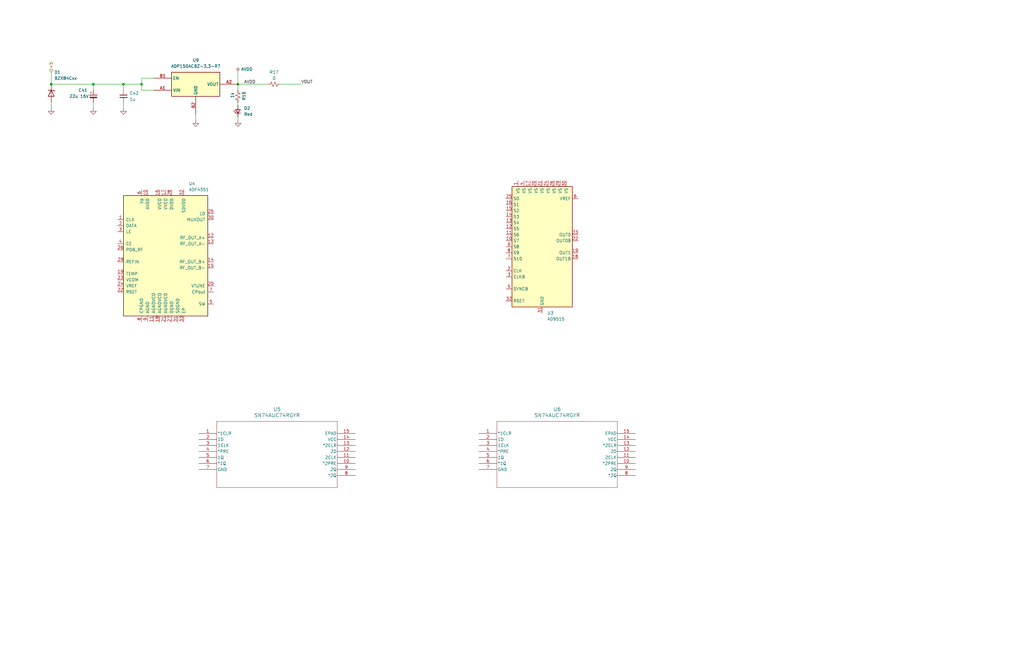
<source format=kicad_sch>
(kicad_sch (version 20250114) (generator "eeschema") (generator_version "9.0")
  (paper "B")
  (title_block (title "Clock Tree") (date "2025-12-31") (rev "0.0") (company "Andy McCann KA3KAF and Doug McCann KA3KAG"))
  (text "Lock Detect" (at 191.77 -67.31 0) (effects (font (size 1.27 1.27))))
  (junction (at 252.73 -143.51))
  (junction (at 166.37 -80.01))
  (junction (at 52.07 -39.37))
  (junction (at 158.75 -90.17))
  (junction (at 171.45 -19.05))
  (junction (at 39.37 35.56))
  (junction (at 21.59 -34.29))
  (junction (at 260.35 -125.73))
  (junction (at 85.09 -44.45))
  (junction (at 74.93 -77.47))
  (junction (at 204.47 -29.21))
  (junction (at 82.55 -67.31))
  (junction (at 229.87 -29.21))
  (junction (at 57.15 -34.29))
  (junction (at 138.43 -80.01))
  (junction (at 34.29 -87.63))
  (junction (at 260.35 -71.12))
  (junction (at 189.23 -90.17))
  (junction (at 158.75 -80.01))
  (junction (at 44.45 -44.45))
  (junction (at 92.71 -73.66))
  (junction (at 189.23 -80.01))
  (junction (at 260.35 -63.5))
  (junction (at 44.45 -67.31))
  (junction (at 260.35 -128.27))
  (junction (at 260.35 -66.04))
  (junction (at 252.73 -110.49))
  (junction (at 59.69 35.56))
  (junction (at 26.67 -87.63))
  (junction (at 229.87 -16.51))
  (junction (at 16.51 -52.07))
  (junction (at 100.33 35.56))
  (junction (at 171.45 -69.85))
  (junction (at 118.11 -90.17))
  (junction (at 52.07 35.56))
  (junction (at 273.05 -63.5))
  (junction (at 194.31 -8.89))
  (junction (at 21.59 35.56))
  (junction (at 16.51 -29.21))
  (junction (at 252.73 -48.26))
  (junction (at 252.73 -81.28))
  (junction (at 217.17 -16.51))
  (junction (at 118.11 -80.01))
  (junction (at 171.45 -8.89))
  (junction (at 92.71 -77.47))
  (junction (at 46.99 -67.31))
  (junction (at 78.74 -77.47))
  (junction (at 77.47 -39.37))
  (junction (at 62.23 -29.21))
  (junction (at 138.43 -90.17))
  (junction (at 194.31 -19.05))
  (junction (at 273.05 -125.73))
  (junction (at 217.17 -29.21))
  (junction (at 260.35 -133.35))
  (junction (at 189.23 -69.85))
  (junction (at 62.23 -67.31))
  (junction (at 69.85 -34.29))
  (no_connect (at 163.83 -24.13))
  (wire (pts (xy 21.59 43.18) (xy 21.59 45.72)))
  (wire (pts (xy 130.81 -74.93) (xy 130.81 -69.85)))
  (wire (pts (xy 92.71 -54.61) (xy 92.71 -73.66)))
  (wire (pts (xy 214.63 -39.37) (xy 214.63 -81.28)))
  (wire (pts (xy 26.67 -95.25) (xy 26.67 -92.71)))
  (wire (pts (xy 267.97 -55.88) (xy 273.05 -55.88)))
  (wire (pts (xy 44.45 -74.93) (xy 44.45 -67.31)))
  (wire (pts (xy 186.69 -80.01) (xy 189.23 -80.01)))
  (wire (pts (xy 227.33 -29.21) (xy 229.87 -29.21)))
  (wire (pts (xy 163.83 -19.05) (xy 171.45 -19.05)))
  (wire (pts (xy 87.63 -49.53) (xy 113.03 -49.53)))
  (wire (pts (xy 217.17 -16.51) (xy 229.87 -16.51)))
  (wire (pts (xy 82.55 -67.31) (xy 77.47 -67.31)))
  (wire (pts (xy 107.95 -80.01) (xy 110.49 -80.01)))
  (wire (pts (xy 107.95 -90.17) (xy 110.49 -90.17)))
  (wire (pts (xy 303.53 -81.28) (xy 303.53 -74.93)))
  (wire (pts (xy 34.29 -87.63) (xy 34.29 -85.09)))
  (wire (pts (xy 213.36 -44.45) (xy 213.36 -110.49)))
  (wire (pts (xy 262.89 -118.11) (xy 260.35 -118.11)))
  (wire (pts (xy 213.36 -110.49) (xy 240.03 -110.49)))
  (wire (pts (xy 44.45 -67.31) (xy 46.99 -67.31)))
  (wire (pts (xy 52.07 -39.37) (xy 52.07 -21.59)))
  (wire (pts (xy 163.83 -49.53) (xy 212.09 -49.53)))
  (wire (pts (xy 100.33 43.18) (xy 100.33 44.45)))
  (wire (pts (xy 92.71 -95.25) (xy 92.71 -88.9)))
  (wire (pts (xy 184.15 -11.43) (xy 194.31 -11.43)))
  (wire (pts (xy 146.05 -69.85) (xy 146.05 -74.93)))
  (wire (pts (xy 92.71 -83.82) (xy 92.71 -77.47)))
  (wire (pts (xy 252.73 -128.27) (xy 260.35 -128.27)))
  (wire (pts (xy 194.31 -11.43) (xy 194.31 -8.89)))
  (wire (pts (xy 222.25 -29.21) (xy 217.17 -29.21)))
  (wire (pts (xy 252.73 -130.81) (xy 252.73 -128.27)))
  (wire (pts (xy 278.13 -63.5) (xy 273.05 -63.5)))
  (wire (pts (xy 252.73 -55.88) (xy 252.73 -48.26)))
  (wire (pts (xy 138.43 -80.01) (xy 138.43 -90.17)))
  (wire (pts (xy 229.87 -29.21) (xy 229.87 -24.13)))
  (wire (pts (xy 59.69 35.56) (xy 59.69 33.02)))
  (wire (pts (xy 252.73 -123.19) (xy 252.73 -125.73)))
  (wire (pts (xy 77.47 -46.99) (xy 77.47 -39.37)))
  (wire (pts (xy 229.87 -19.05) (xy 229.87 -16.51)))
  (wire (pts (xy 273.05 -125.73) (xy 273.05 -133.35)))
  (wire (pts (xy 189.23 -69.85) (xy 191.77 -69.85)))
  (wire (pts (xy 252.73 -60.96) (xy 252.73 -63.5)))
  (wire (pts (xy 273.05 -71.12) (xy 267.97 -71.12)))
  (wire (pts (xy 46.99 -67.31) (xy 52.07 -67.31)))
  (wire (pts (xy 215.9 -34.29) (xy 215.9 -48.26)))
  (wire (pts (xy 16.51 -52.07) (xy 16.51 -46.99)))
  (wire (pts (xy 74.93 -77.47) (xy 73.66 -77.47)))
  (wire (pts (xy 158.75 -90.17) (xy 158.75 -95.25)))
  (wire (pts (xy 212.09 -143.51) (xy 240.03 -143.51)))
  (wire (pts (xy 278.13 -60.96) (xy 278.13 -63.5)))
  (wire (pts (xy 46.99 -67.31) (xy 46.99 -64.77)))
  (wire (pts (xy 87.63 -67.31) (xy 87.63 -49.53)))
  (wire (pts (xy 252.73 -48.26) (xy 280.67 -48.26)))
  (wire (pts (xy 6.35 -34.29) (xy 21.59 -34.29)))
  (wire (pts (xy 163.83 -26.67) (xy 199.39 -26.67)))
  (wire (pts (xy 252.73 -66.04) (xy 260.35 -66.04)))
  (wire (pts (xy 199.39 -90.17) (xy 201.93 -90.17)))
  (wire (pts (xy 39.37 43.18) (xy 39.37 45.72)))
  (wire (pts (xy 267.97 -118.11) (xy 273.05 -118.11)))
  (wire (pts (xy 52.07 -74.93) (xy 52.07 -87.63)))
  (wire (pts (xy 62.23 -46.99) (xy 62.23 -29.21)))
  (wire (pts (xy 69.85 -34.29) (xy 113.03 -34.29)))
  (wire (pts (xy 252.73 -118.11) (xy 252.73 -110.49)))
  (wire (pts (xy 41.91 -64.77) (xy 41.91 -62.23)))
  (wire (pts (xy 260.35 -63.5) (xy 262.89 -63.5)))
  (wire (pts (xy 217.17 -29.21) (xy 217.17 -26.67)))
  (wire (pts (xy 16.51 -29.21) (xy 62.23 -29.21)))
  (wire (pts (xy 179.07 -21.59) (xy 171.45 -21.59)))
  (wire (pts (xy 100.33 35.56) (xy 113.03 35.56)))
  (wire (pts (xy 128.27 -90.17) (xy 130.81 -90.17)))
  (wire (pts (xy 46.99 -87.63) (xy 34.29 -87.63)))
  (wire (pts (xy 110.49 -24.13) (xy 113.03 -24.13)))
  (wire (pts (xy 252.73 -68.58) (xy 252.73 -66.04)))
  (wire (pts (xy 92.71 -73.66) (xy 92.71 -77.47)))
  (wire (pts (xy 59.69 38.1) (xy 59.69 35.56)))
  (wire (pts (xy 285.75 -110.49) (xy 290.83 -110.49)))
  (wire (pts (xy 102.87 -68.58) (xy 102.87 -73.66)))
  (wire (pts (xy 21.59 30.48) (xy 21.59 35.56)))
  (wire (pts (xy 64.77 38.1) (xy 59.69 38.1)))
  (wire (pts (xy 130.81 -74.93) (xy 118.11 -74.93)))
  (wire (pts (xy 16.51 -54.61) (xy 16.51 -52.07)))
  (wire (pts (xy 252.73 -81.28) (xy 280.67 -81.28)))
  (wire (pts (xy 138.43 -90.17) (xy 138.43 -95.25)))
  (wire (pts (xy 163.83 -54.61) (xy 166.37 -54.61)))
  (wire (pts (xy 78.74 -77.47) (xy 74.93 -77.47)))
  (wire (pts (xy 194.31 -21.59) (xy 194.31 -19.05)))
  (wire (pts (xy 156.21 -80.01) (xy 158.75 -80.01)))
  (wire (pts (xy 156.21 -90.17) (xy 158.75 -90.17)))
  (wire (pts (xy 168.91 -13.97) (xy 168.91 -8.89)))
  (wire (pts (xy 148.59 -90.17) (xy 151.13 -90.17)))
  (wire (pts (xy 85.09 -46.99) (xy 85.09 -44.45)))
  (wire (pts (xy 204.47 -29.21) (xy 204.47 -24.13)))
  (wire (pts (xy 41.91 -67.31) (xy 44.45 -67.31)))
  (wire (pts (xy 189.23 -90.17) (xy 194.31 -90.17)))
  (wire (pts (xy 189.23 -80.01) (xy 189.23 -69.85)))
  (wire (pts (xy 102.87 -73.66) (xy 92.71 -73.66)))
  (wire (pts (xy 278.13 -123.19) (xy 278.13 -125.73)))
  (wire (pts (xy 118.11 35.56) (xy 127 35.56)))
  (wire (pts (xy 115.57 -80.01) (xy 118.11 -80.01)))
  (wire (pts (xy 176.53 -90.17) (xy 181.61 -90.17)))
  (wire (pts (xy 260.35 -125.73) (xy 262.89 -125.73)))
  (wire (pts (xy 196.85 -6.35) (xy 196.85 -8.89)))
  (wire (pts (xy 166.37 -80.01) (xy 181.61 -80.01)))
  (wire (pts (xy 199.39 -69.85) (xy 199.39 -67.31)))
  (wire (pts (xy 44.45 -74.93) (xy 46.99 -74.93)))
  (wire (pts (xy 252.73 -125.73) (xy 260.35 -125.73)))
  (wire (pts (xy 59.69 33.02) (xy 64.77 33.02)))
  (wire (pts (xy 260.35 -118.11) (xy 260.35 -125.73)))
  (wire (pts (xy 201.93 -90.17) (xy 201.93 -87.63)))
  (wire (pts (xy 303.53 -48.26) (xy 303.53 -45.72)))
  (wire (pts (xy 245.11 -143.51) (xy 252.73 -143.51)))
  (wire (pts (xy 214.63 -81.28) (xy 240.03 -81.28)))
  (wire (pts (xy 21.59 35.56) (xy 39.37 35.56)))
  (wire (pts (xy 295.91 -143.51) (xy 300.99 -143.51)))
  (wire (pts (xy 189.23 -90.17) (xy 189.23 -80.01)))
  (wire (pts (xy 245.11 -110.49) (xy 252.73 -110.49)))
  (wire (pts (xy 21.59 -52.07) (xy 16.51 -52.07)))
  (wire (pts (xy 54.61 -90.17) (xy 54.61 -87.63)))
  (wire (pts (xy 21.59 -34.29) (xy 57.15 -34.29)))
  (wire (pts (xy 252.73 -135.89) (xy 252.73 -143.51)))
  (wire (pts (xy 100.33 -19.05) (xy 113.03 -19.05)))
  (wire (pts (xy 196.85 -69.85) (xy 199.39 -69.85)))
  (wire (pts (xy 260.35 -76.2) (xy 260.35 -71.12)))
  (wire (pts (xy 163.83 -59.69) (xy 171.45 -59.69)))
  (wire (pts (xy 217.17 -16.51) (xy 204.47 -16.51)))
  (wire (pts (xy 57.15 -34.29) (xy 69.85 -34.29)))
  (wire (pts (xy 303.53 -102.87) (xy 303.53 -100.33)))
  (wire (pts (xy 62.23 -59.69) (xy 62.23 -62.23)))
  (wire (pts (xy 303.53 -40.64) (xy 303.53 -38.1)))
  (wire (pts (xy 215.9 -48.26) (xy 240.03 -48.26)))
  (wire (pts (xy 166.37 -87.63) (xy 166.37 -80.01)))
  (wire (pts (xy 176.53 -100.33) (xy 176.53 -90.17)))
  (wire (pts (xy 21.59 -46.99) (xy 21.59 -52.07)))
  (wire (pts (xy 237.49 -29.21) (xy 229.87 -29.21)))
  (wire (pts (xy 163.83 -34.29) (xy 215.9 -34.29)))
  (wire (pts (xy 69.85 -46.99) (xy 69.85 -34.29)))
  (wire (pts (xy 267.97 -63.5) (xy 273.05 -63.5)))
  (wire (pts (xy 260.35 -63.5) (xy 260.35 -66.04)))
  (wire (pts (xy 82.55 48.26) (xy 82.55 50.8)))
  (wire (pts (xy 252.73 -110.49) (xy 280.67 -110.49)))
  (wire (pts (xy 252.73 -63.5) (xy 260.35 -63.5)))
  (wire (pts (xy 196.85 -8.89) (xy 194.31 -8.89)))
  (wire (pts (xy 285.75 -81.28) (xy 290.83 -81.28)))
  (wire (pts (xy 100.33 29.21) (xy 100.33 35.56)))
  (wire (pts (xy 74.93 -90.17) (xy 74.93 -77.47)))
  (wire (pts (xy 148.59 -80.01) (xy 151.13 -80.01)))
  (wire (pts (xy 163.83 -39.37) (xy 214.63 -39.37)))
  (wire (pts (xy 171.45 -11.43) (xy 171.45 -8.89)))
  (wire (pts (xy 295.91 -48.26) (xy 303.53 -48.26)))
  (wire (pts (xy 100.33 49.53) (xy 100.33 50.8)))
  (wire (pts (xy 194.31 -8.89) (xy 194.31 -6.35)))
  (wire (pts (xy 199.39 -29.21) (xy 204.47 -29.21)))
  (wire (pts (xy 57.15 -16.51) (xy 57.15 -13.97)))
  (wire (pts (xy 295.91 -81.28) (xy 303.53 -81.28)))
  (wire (pts (xy 77.47 -39.37) (xy 52.07 -39.37)))
  (wire (pts (xy 260.35 -128.27) (xy 260.35 -133.35)))
  (wire (pts (xy 273.05 -63.5) (xy 273.05 -71.12)))
  (wire (pts (xy 6.35 -29.21) (xy 16.51 -29.21)))
  (wire (pts (xy 118.11 -90.17) (xy 118.11 -95.25)))
  (wire (pts (xy 273.05 -133.35) (xy 267.97 -133.35)))
  (wire (pts (xy 212.09 -49.53) (xy 212.09 -143.51)))
  (wire (pts (xy 295.91 -110.49) (xy 303.53 -110.49)))
  (wire (pts (xy 179.07 -11.43) (xy 171.45 -11.43)))
  (wire (pts (xy 158.75 -80.01) (xy 158.75 -90.17)))
  (wire (pts (xy 138.43 -80.01) (xy 138.43 -69.85)))
  (wire (pts (xy 303.53 -110.49) (xy 303.53 -107.95)))
  (wire (pts (xy 179.07 -16.51) (xy 171.45 -16.51)))
  (wire (pts (xy 166.37 -80.01) (xy 166.37 -54.61)))
  (wire (pts (xy 262.89 -55.88) (xy 260.35 -55.88)))
  (wire (pts (xy 52.07 43.18) (xy 52.07 45.72)))
  (wire (pts (xy 115.57 -90.17) (xy 118.11 -90.17)))
  (wire (pts (xy 92.71 -54.61) (xy 113.03 -54.61)))
  (wire (pts (xy 78.74 -77.47) (xy 92.71 -77.47)))
  (wire (pts (xy 85.09 -44.45) (xy 113.03 -44.45)))
  (wire (pts (xy 36.83 -44.45) (xy 44.45 -44.45)))
  (wire (pts (xy 196.85 -19.05) (xy 194.31 -19.05)))
  (wire (pts (xy 171.45 -59.69) (xy 171.45 -69.85)))
  (wire (pts (xy 163.83 -13.97) (xy 168.91 -13.97)))
  (wire (pts (xy 49.53 -90.17) (xy 54.61 -90.17)))
  (wire (pts (xy 260.35 -55.88) (xy 260.35 -63.5)))
  (wire (pts (xy 135.89 -80.01) (xy 138.43 -80.01)))
  (wire (pts (xy 267.97 -125.73) (xy 273.05 -125.73)))
  (wire (pts (xy 26.67 -87.63) (xy 26.67 -85.09)))
  (wire (pts (xy 135.89 -90.17) (xy 138.43 -90.17)))
  (wire (pts (xy 128.27 -80.01) (xy 130.81 -80.01)))
  (wire (pts (xy 285.75 -143.51) (xy 290.83 -143.51)))
  (wire (pts (xy 171.45 -19.05) (xy 171.45 -21.59)))
  (wire (pts (xy 252.73 -73.66) (xy 252.73 -81.28)))
  (wire (pts (xy 260.35 -71.12) (xy 262.89 -71.12)))
  (wire (pts (xy 52.07 35.56) (xy 59.69 35.56)))
  (wire (pts (xy 171.45 -8.89) (xy 171.45 -6.35)))
  (wire (pts (xy 245.11 -48.26) (xy 252.73 -48.26)))
  (wire (pts (xy 303.53 -69.85) (xy 303.53 -67.31)))
  (wire (pts (xy 158.75 -80.01) (xy 158.75 -74.93)))
  (wire (pts (xy 62.23 -29.21) (xy 113.03 -29.21)))
  (wire (pts (xy 39.37 35.56) (xy 52.07 35.56)))
  (wire (pts (xy 118.11 -80.01) (xy 118.11 -90.17)))
  (wire (pts (xy 82.55 -62.23) (xy 82.55 -67.31)))
  (wire (pts (xy 57.15 -67.31) (xy 62.23 -67.31)))
  (wire (pts (xy 44.45 -44.45) (xy 85.09 -44.45)))
  (wire (pts (xy 260.35 -138.43) (xy 260.35 -133.35)))
  (wire (pts (xy 199.39 -29.21) (xy 199.39 -26.67)))
  (wire (pts (xy 184.15 -21.59) (xy 194.31 -21.59)))
  (wire (pts (xy 171.45 -69.85) (xy 181.61 -69.85)))
  (wire (pts (xy 171.45 -105.41) (xy 171.45 -69.85)))
  (wire (pts (xy 102.87 -63.5) (xy 102.87 -60.96)))
  (wire (pts (xy 260.35 -66.04) (xy 260.35 -71.12)))
  (wire (pts (xy 57.15 -34.29) (xy 57.15 -21.59)))
  (wire (pts (xy 44.45 -16.51) (xy 44.45 -13.97)))
  (wire (pts (xy 21.59 -41.91) (xy 21.59 -34.29)))
  (wire (pts (xy 118.11 -80.01) (xy 118.11 -74.93)))
  (wire (pts (xy 62.23 -67.31) (xy 72.39 -67.31)))
  (wire (pts (xy 273.05 -55.88) (xy 273.05 -63.5)))
  (wire (pts (xy 171.45 -8.89) (xy 168.91 -8.89)))
  (wire (pts (xy 273.05 -118.11) (xy 273.05 -125.73)))
  (wire (pts (xy 278.13 -125.73) (xy 273.05 -125.73)))
  (wire (pts (xy 163.83 -29.21) (xy 163.83 -26.67)))
  (wire (pts (xy 36.83 -39.37) (xy 52.07 -39.37)))
  (wire (pts (xy 146.05 -74.93) (xy 158.75 -74.93)))
  (wire (pts (xy 186.69 -69.85) (xy 189.23 -69.85)))
  (wire (pts (xy 252.73 -143.51) (xy 280.67 -143.51)))
  (wire (pts (xy 194.31 -6.35) (xy 184.15 -6.35)))
  (wire (pts (xy 171.45 -19.05) (xy 171.45 -16.51)))
  (wire (pts (xy 204.47 -29.21) (xy 217.17 -29.21)))
  (wire (pts (xy 44.45 -44.45) (xy 44.45 -21.59)))
  (wire (pts (xy 87.63 -67.31) (xy 82.55 -67.31)))
  (wire (pts (xy 113.03 -39.37) (xy 77.47 -39.37)))
  (wire (pts (xy 260.35 -133.35) (xy 262.89 -133.35)))
  (wire (pts (xy 16.51 -41.91) (xy 16.51 -29.21)))
  (wire (pts (xy 52.07 38.1) (xy 52.07 35.56)))
  (wire (pts (xy 34.29 -87.63) (xy 26.67 -87.63)))
  (wire (pts (xy 204.47 -19.05) (xy 204.47 -16.51)))
  (wire (pts (xy 179.07 -6.35) (xy 171.45 -6.35)))
  (wire (pts (xy 260.35 -125.73) (xy 260.35 -128.27)))
  (wire (pts (xy 194.31 -19.05) (xy 194.31 -16.51)))
  (wire (pts (xy 49.53 -85.09) (xy 49.53 -82.55)))
  (wire (pts (xy 163.83 -44.45) (xy 213.36 -44.45)))
  (wire (pts (xy 39.37 38.1) (xy 39.37 35.56)))
  (wire (pts (xy 186.69 -90.17) (xy 189.23 -90.17)))
  (wire (pts (xy 100.33 35.56) (xy 100.33 38.1)))
  (wire (pts (xy 78.74 -81.28) (xy 78.74 -77.47)))
  (wire (pts (xy 194.31 -16.51) (xy 184.15 -16.51)))
  (wire (pts (xy 245.11 -81.28) (xy 252.73 -81.28)))
  (wire (pts (xy 285.75 -48.26) (xy 290.83 -48.26)))
  (wire (pts (xy 52.07 -16.51) (xy 52.07 -13.97)))
  (label "AVDD" (at 16.51 -54.61 90))
  (label "VOUT" (at 260.35 -76.2 0))
  (label "VTune" (at 237.49 -29.21 180))
  (label "VOUT" (at 260.35 -138.43 0))
  (label "AVDD" (at 92.71 -95.25 90))
  (label "AVDD" (at 118.11 -95.25 90))
  (label "VOUT" (at 127 35.56 0))
  (label "AVDD" (at 26.67 -95.25 90))
  (label "AVDD" (at 138.43 -95.25 90))
  (label "AVDD" (at 176.53 -100.33 0))
  (label "VRef" (at 87.63 -62.23 0))
  (label "AVDD" (at 158.75 -95.25 90))
  (label "VTune" (at 110.49 -24.13 180))
  (label "AVDD" (at 102.87 35.56 0))
  (hierarchical_label "SPI1_CE1" (shape bidirectional) (at 6.35 -29.21 180))
  (hierarchical_label "SPI1_SCLK" (shape bidirectional) (at 36.83 -44.45 180))
  (hierarchical_label "LO-R" (shape output) (at 300.99 -143.51 0))
  (hierarchical_label "RPi-PDRF" (shape input) (at 74.93 -90.17 90))
  (hierarchical_label "LO-T" (shape output) (at 303.53 -110.49 0))
  (hierarchical_label "+5" (shape input) (at 21.59 30.48 90))
  (hierarchical_label "SPI1_MISO" (shape bidirectional) (at 6.35 -34.29 180))
  (hierarchical_label "SPI1_MOSI" (shape bidirectional) (at 36.83 -39.37 180))
  (symbol (lib_id "power:GND") (at 41.91 -62.23 0) (unit 1)
    (property "Reference" "#PWR084" (effects (hide yes)))
    (property "Value" "GND" (effects (hide yes)))
    (property "Description" "Power symbol creates a global label with name \"GND\" , ground" (effects (hide yes)))
  )
  (symbol (lib_id "Device:C_Small") (at 181.61 -6.35 270) (mirror x) (unit 1)
    (property "Reference" "C57" (at 185.42 -7.62 90))
    (property "Value" "0.1u" (at 177.8 -7.62 90))
    (property "Description" "Unpolarized capacitor, small symbol" (effects (hide yes)))
  )
  (symbol (lib_id "Device:C_Small") (at 181.61 -16.51 270) (mirror x) (unit 1)
    (property "Reference" "C55" (at 185.42 -17.78 90))
    (property "Value" "0.1u" (at 177.8 -17.78 90))
    (property "Description" "Unpolarized capacitor, small symbol" (effects (hide yes)))
  )
  (symbol (lib_id "power:GND") (at 196.85 -6.35 0) (mirror y) (unit 1)
    (property "Reference" "#PWR0100" (effects (hide yes)))
    (property "Value" "GND" (at 196.85 -1.27 0))
    (property "Description" "Power symbol creates a global label with name \"GND\" , ground" (effects (hide yes)))
  )
  (symbol (lib_id "Connector:TestPoint_Small") (at 77.47 -46.99 270) (unit 1) (exclude_from_sim yes)
    (property "Reference" "TP6" (effects (hide yes)))
    (property "Value" "DATA" (at 78.74 -46.9901 90) (effects (justify left)))
    (property "Description" "test point" (effects (hide yes)))
  )
  (symbol (lib_id "Device:C_Small") (at 133.35 -90.17 270) (mirror x) (unit 1)
    (property "Reference" "C50" (at 133.35 -95.25 90))
    (property "Value" "0.1u" (at 133.35 -93.345 90))
    (property "Description" "Unpolarized capacitor, small symbol" (effects (hide yes)))
  )
  (symbol (lib_id "Device:C_Small") (at 26.67 -82.55 0) (unit 1)
    (property "Reference" "C44" (at 19.05 -83.82 0) (effects (justify left)))
    (property "Value" "1u" (at 21.59 -81.28 0) (effects (justify left)))
    (property "Description" "Unpolarized capacitor, small symbol" (effects (hide yes)))
  )
  (symbol (lib_id "Device:C_Small") (at 34.29 -82.55 0) (unit 1)
    (property "Reference" "C45" (at 36.83 -83.8138 0) (effects (justify left)))
    (property "Value" "100p" (at 36.83 -81.2738 0) (effects (justify left)))
    (property "Description" "Unpolarized capacitor, small symbol" (effects (hide yes)))
  )
  (symbol (lib_id "Timer:AD9515") (at 228.6 104.14 0) (unit 1)
    (property "Reference" "U3" (at 230.7433 132.08 0) (effects (justify left)))
    (property "Value" "AD9515" (at 230.7433 134.62 0) (effects (justify left)))
    (property "Footprint" "Package_CSP:LFCSP-32-1EP_5x5mm_P0.5mm_EP3.1x3.1mm" (effects (hide yes)))
    (property "Datasheet" "https://www.analog.com/media/en/technical-documentation/data-sheets/AD9515.pdf" (effects (hide yes)))
    (property "Description" "1.6 GHz, 2 Outputs, Clock Distribution IC, Divider, Delay Adjust, LFCSP-32" (effects (hide yes)))
  )
  (symbol (lib_id "Device:R_Small_US") (at 184.15 -90.17 90) (unit 1) (dnp yes)
    (property "Reference" "R28" (at 184.15 -96.52 90))
    (property "Value" "R_Small_US" (at 184.15 -93.98 90))
    (property "Description" "Resistor, small US symbol" (effects (hide yes)))
  )
  (symbol (lib_id "Device:C_Small") (at 265.43 -63.5 90) (unit 1)
    (property "Reference" "C65" (at 267.97 -66.04 90))
    (property "Value" "1u" (at 267.97 -60.96 90))
    (property "Description" "Unpolarized capacitor, small symbol" (effects (hide yes)))
  )
  (symbol (lib_id "Device:C_Small") (at 283.21 -81.28 90) (unit 1)
    (property "Reference" "C69" (at 283.2163 -87.63 90))
    (property "Value" "1n" (at 283.2163 -85.09 90))
    (property "Description" "Unpolarized capacitor, small symbol" (effects (hide yes)))
  )
  (symbol (lib_id "hf-transceiver:ADF4351BCPZ") (at 138.43 -36.83 0) (unit 1) (exclude_from_sim yes)
    (property "Reference" "U21" (at 138.43 -50.8 0) (effects (font (size 1.524 1.524))))
    (property "Value" "ADF4351BCPZ" (at 138.43 -47.625 0) (effects (font (size 1.524 1.524))))
    (property "Footprint" "hf-transceiver:CP-32-7_ADI" (effects (hide yes)))
    (property "Datasheet" "https://www.analog.com/en/products/adf4351.html#part-details" (effects (hide yes)))
  )
  (symbol (lib_id "Device:C_Small") (at 265.43 -55.88 90) (unit 1)
    (property "Reference" "C66" (at 267.97 -58.42 90))
    (property "Value" "120p" (at 267.97 -53.34 90))
    (property "Description" "Unpolarized capacitor, small symbol" (effects (hide yes)))
  )
  (symbol (lib_id "Connector:TestPoint_Small") (at 69.85 -46.99 270) (unit 1) (exclude_from_sim yes)
    (property "Reference" "TP5" (effects (hide yes)))
    (property "Value" "LE" (at 71.12 -46.9901 90) (effects (justify left)))
    (property "Description" "test point" (effects (hide yes)))
  )
  (symbol (lib_id "Device:R_Small_US") (at 242.57 -48.26 90) (unit 1)
    (property "Reference" "R37" (at 242.57 -54.61 90))
    (property "Value" "0" (at 242.57 -52.07 90))
    (property "Description" "Resistor, small US symbol" (effects (hide yes)))
  )
  (symbol (lib_id "power:GND") (at 44.45 -13.97 0) (unit 1)
    (property "Reference" "#PWR085" (effects (hide yes)))
    (property "Value" "GND" (at 46.99 -12.7001 0) (effects (justify left)))
    (property "Description" "Power symbol creates a global label with name \"GND\" , ground" (effects (hide yes)))
  )
  (symbol (lib_id "Connector:TestPoint_Small") (at 82.55 -62.23 270) (unit 1) (exclude_from_sim yes)
    (property "Reference" "TP8" (effects (hide yes)))
    (property "Value" "T2" (at 83.82 -62.2301 90) (effects (justify left)))
    (property "Description" "test point" (effects (hide yes)))
  )
  (symbol (lib_id "Device:R_Small_US") (at 224.79 -29.21 90) (unit 1)
    (property "Reference" "R33" (at 224.79 -34.29 90))
    (property "Value" "680" (at 224.79 -31.75 90))
    (property "Description" "Resistor, small US symbol" (effects (hide yes)))
  )
  (symbol (lib_id "Device:C_Small") (at 74.93 -67.31 90) (unit 1)
    (property "Reference" "C47" (at 74.93 -69.85 90))
    (property "Value" "1n" (at 78.74 -68.58 90))
    (property "Description" "Unpolarized capacitor, small symbol" (effects (hide yes)))
  )
  (symbol (lib_id "Device:R_Small_US") (at 242.57 -81.28 90) (unit 1)
    (property "Reference" "R36" (at 242.57 -87.63 90))
    (property "Value" "0" (at 242.57 -85.09 90))
    (property "Description" "Resistor, small US symbol" (effects (hide yes)))
  )
  (symbol (lib_id "Connector:Conn_01x01_Pin") (at 68.58 -77.47 0) (unit 1)
    (property "Reference" "J35" (at 69.215 -82.55 0))
    (property "Value" "RPi" (at 69.215 -80.01 0))
    (property "Description" "Generic connector, single row, 01x01, script generated" (effects (hide yes)))
  )
  (symbol (lib_id "Device:C_Small") (at 153.67 -80.01 270) (mirror x) (unit 1)
    (property "Reference" "C53" (at 153.67 -85.09 90))
    (property "Value" "10p" (at 153.67 -83.185 90))
    (property "Description" "Unpolarized capacitor, small symbol" (effects (hide yes)))
  )
  (symbol (lib_id "Device:C_Polarized_Small") (at 39.37 40.64 0) (unit 1) (exclude_from_sim yes)
    (property "Reference" "C41" (at 33.02 38.1 0) (effects (justify left)))
    (property "Value" "22u 16V" (at 29.21 40.64 0) (effects (justify left)))
    (property "Description" "Polarized capacitor, small symbol" (effects (hide yes)))
  )
  (symbol (lib_id "Device:R_Small_US") (at 184.15 -80.01 90) (unit 1)
    (property "Reference" "R29" (at 184.15 -86.36 90))
    (property "Value" "100" (at 184.15 -83.82 90))
    (property "Description" "Resistor, small US symbol" (effects (hide yes)))
  )
  (symbol (lib_id "Device:C_Small") (at 204.47 -21.59 180) (unit 1)
    (property "Reference" "C58" (at 208.28 -22.86 0))
    (property "Value" "2700p" (at 208.28 -20.32 0))
    (property "Description" "Unpolarized capacitor, small symbol" (effects (hide yes)))
  )
  (symbol (lib_id "Device:R_Small_US") (at 97.79 -19.05 90) (unit 1)
    (property "Reference" "R26" (at 97.79 -24.13 90))
    (property "Value" "4.7k" (at 97.79 -21.59 90))
    (property "Description" "Resistor, small US symbol" (effects (hide yes)))
  )
  (symbol (lib_id "Device:L_Small") (at 293.37 -81.28 90) (unit 1)
    (property "Reference" "L?" (at 293.37 -86.36 90))
    (property "Value" "1.9n" (at 293.37 -83.82 90))
    (property "Description" "Inductor, small symbol" (effects (hide yes)))
  )
  (symbol (lib_id "Connector:Conn_01x02_Pin") (at 36.83 -67.31 0) (unit 1) (exclude_from_sim yes)
    (property "Reference" "J34" (at 33.02 -67.31 0))
    (property "Value" "Alt RF-In" (at 30.48 -64.77 0))
    (property "Description" "Generic connector, single row, 01x02, script generated" (effects (hide yes)))
  )
  (symbol (lib_id "Connector:TestPoint_Small") (at 100.33 29.21 270) (unit 1) (exclude_from_sim yes)
    (property "Reference" "TP1" (effects (hide yes)))
    (property "Value" "AVDD" (at 101.6 29.2099 90) (effects (justify left)))
    (property "Description" "test point" (effects (hide yes)))
  )
  (symbol (lib_id "power:GND") (at 82.55 50.8 0) (unit 1)
    (property "Reference" "#PWR079" (effects (hide yes)))
    (property "Value" "GND" (effects (hide yes)))
    (property "Description" "Power symbol creates a global label with name \"GND\" , ground" (effects (hide yes)))
  )
  (symbol (lib_id "SN74AUC74:SN74AUC74RGYR") (at 83.82 182.88 0) (unit 1)
    (property "Reference" "U5" (at 116.84 172.72 0) (effects (font (size 1.524 1.524))))
    (property "Value" "SN74AUC74RGYR" (at 116.84 175.26 0) (effects (font (size 1.524 1.524))))
    (property "Footprint" "RGY14_2P05X2P05" (effects (hide yes)))
    (property "Datasheet" "https://www.ti.com/lit/gpn/sn74auc74" (effects (hide yes)))
  )
  (symbol (lib_id "Device:C_Small") (at 181.61 -21.59 270) (mirror x) (unit 1)
    (property "Reference" "C54" (at 185.42 -22.86 90))
    (property "Value" "10p" (at 177.8 -22.86 90))
    (property "Description" "Unpolarized capacitor, small symbol" (effects (hide yes)))
  )
  (symbol (lib_id "Timer_PLL:ADF4351") (at 69.85 107.95 0) (unit 1)
    (property "Reference" "U4" (at 79.6133 77.47 0) (effects (justify left)))
    (property "Value" "ADF4351" (at 79.6133 80.01 0) (effects (justify left)))
    (property "Footprint" "Package_CSP:LFCSP-32-1EP_5x5mm_P0.5mm_EP3.25x3.25mm" (effects (hide yes)))
    (property "Datasheet" "https://www.analog.com/media/en/technical-documentation/data-sheets/ADF4351.pdf" (effects (hide yes)))
    (property "Description" "35-4400MHz fractional-N PLL, LFCSP-32" (effects (hide yes)))
  )
  (symbol (lib_id "Device:R_Small_US") (at 62.23 -64.77 180) (unit 1) (dnp yes)
    (property "Reference" "R24" (at 58.42 -64.77 0))
    (property "Value" "51" (at 58.42 -62.23 0))
    (property "Description" "Resistor, small US symbol" (effects (hide yes)))
  )
  (symbol (lib_id "Device:L_Ferrite_Small") (at 26.67 -90.17 180) (unit 1) (exclude_from_sim yes)
    (property "Reference" "L?" (at 27.94 -91.4401 0) (effects (justify right)))
    (property "Value" "Ferrite Beads" (at 27.94 -88.9001 0) (effects (justify right)))
    (property "Description" "Inductor with ferrite core, small symbol" (effects (hide yes)))
  )
  (symbol (lib_id "power:GND") (at 107.95 -80.01 270) (mirror x) (unit 1)
    (property "Reference" "#PWR094" (effects (hide yes)))
    (property "Value" "GND" (at 102.87 -80.01 0))
    (property "Description" "Power symbol creates a global label with name \"GND\" , ground" (effects (hide yes)))
  )
  (symbol (lib_id "power:GND") (at 57.15 -13.97 0) (unit 1)
    (property "Reference" "#PWR089" (effects (hide yes)))
    (property "Value" "GND" (at 59.69 -12.7001 0) (effects (justify left)))
    (property "Description" "Power symbol creates a global label with name \"GND\" , ground" (effects (hide yes)))
  )
  (symbol (lib_id "power:GND") (at 128.27 -90.17 270) (mirror x) (unit 1)
    (property "Reference" "#PWR095" (effects (hide yes)))
    (property "Value" "GND" (at 123.19 -90.17 0))
    (property "Description" "Power symbol creates a global label with name \"GND\" , ground" (effects (hide yes)))
  )
  (symbol (lib_id "power:GND") (at 278.13 -60.96 0) (unit 1)
    (property "Reference" "#PWR0105" (effects (hide yes)))
    (property "Value" "GND" (at 280.67 -59.6901 0) (effects (justify left)))
    (property "Description" "Power symbol creates a global label with name \"GND\" , ground" (effects (hide yes)))
  )
  (symbol (lib_id "Connector:TestPoint_Small") (at 171.45 -105.41 90) (unit 1) (exclude_from_sim yes)
    (property "Reference" "TP11" (at 171.45 -110.49 90))
    (property "Value" "MUXOUT" (at 171.45 -107.95 90))
    (property "Description" "test point" (effects (hide yes)))
  )
  (symbol (lib_id "Device:C_Small") (at 217.17 -24.13 180) (unit 1)
    (property "Reference" "C59" (at 220.98 -25.4 0))
    (property "Value" "39n" (at 220.98 -22.86 0))
    (property "Description" "Unpolarized capacitor, small symbol" (effects (hide yes)))
  )
  (symbol (lib_id "power:GND") (at 229.87 -16.51 0) (unit 1)
    (property "Reference" "#PWR0103" (effects (hide yes)))
    (property "Value" "GND" (at 232.41 -15.2401 0) (effects (justify left)))
    (property "Description" "Power symbol creates a global label with name \"GND\" , ground" (effects (hide yes)))
  )
  (symbol (lib_id "power:GND") (at 128.27 -80.01 270) (mirror x) (unit 1)
    (property "Reference" "#PWR096" (effects (hide yes)))
    (property "Value" "GND" (at 123.19 -80.01 0))
    (property "Description" "Power symbol creates a global label with name \"GND\" , ground" (effects (hide yes)))
  )
  (symbol (lib_id "Device:R_Small_US") (at 303.53 -72.39 0) (unit 1)
    (property "Reference" "R39" (at 306.07 -73.6601 0) (effects (justify left)))
    (property "Value" "50" (at 306.07 -71.1201 0) (effects (justify left)))
    (property "Description" "Resistor, small US symbol" (effects (hide yes)))
  )
  (symbol (lib_id "Device:C_Small") (at 181.61 -11.43 270) (mirror x) (unit 1)
    (property "Reference" "C56" (at 185.42 -12.7 90))
    (property "Value" "10p" (at 177.8 -12.7 90))
    (property "Description" "Unpolarized capacitor, small symbol" (effects (hide yes)))
  )
  (symbol (lib_id "power:GND") (at 148.59 -80.01 270) (mirror x) (unit 1)
    (property "Reference" "#PWR098" (effects (hide yes)))
    (property "Value" "GND" (at 143.51 -80.01 0))
    (property "Description" "Power symbol creates a global label with name \"GND\" , ground" (effects (hide yes)))
  )
  (symbol (lib_id "Device:R_Small_US") (at 49.53 -74.93 270) (unit 1)
    (property "Reference" "R21" (at 49.53 -80.01 90))
    (property "Value" "0" (at 49.53 -77.47 90))
    (property "Description" "Resistor, small US symbol" (effects (hide yes)))
  )
  (symbol (lib_id "Device:R_Small_US") (at 184.15 -69.85 90) (unit 1) (dnp yes)
    (property "Reference" "R30" (at 184.15 -76.2 90))
    (property "Value" "R_Small_US" (at 184.15 -73.66 90))
    (property "Description" "Resistor, small US symbol" (effects (hide yes)))
  )
  (symbol (lib_id "power:GND") (at 303.53 -67.31 0) (unit 1)
    (property "Reference" "#PWR0107" (effects (hide yes)))
    (property "Value" "GND" (at 306.07 -66.0401 0) (effects (justify left)))
    (property "Description" "Power symbol creates a global label with name \"GND\" , ground" (effects (hide yes)))
  )
  (symbol (lib_id "Device:L_Small") (at 252.73 -120.65 180) (unit 1)
    (property "Reference" "L?" (at 254 -121.9201 0) (effects (justify right)))
    (property "Value" "7.5n" (at 254 -119.3801 0) (effects (justify right)))
    (property "Description" "Inductor, small symbol" (effects (hide yes)))
  )
  (symbol (lib_id "power:GND") (at 196.85 -19.05 0) (mirror y) (unit 1)
    (property "Reference" "#PWR099" (effects (hide yes)))
    (property "Value" "GND" (at 199.39 -17.7801 0) (effects (justify right)))
    (property "Description" "Power symbol creates a global label with name \"GND\" , ground" (effects (hide yes)))
  )
  (symbol (lib_id "hf-transceiver:ADP150ACBZ-3.3-R7") (at 82.55 35.56 0) (unit 1) (exclude_from_sim yes)
    (property "Reference" "U9" (at 82.55 25.4 0))
    (property "Value" "ADP150ACBZ-3.3-R7" (at 82.55 27.94 0))
    (property "Footprint" "hf-transceiver:CB_4_3_ADI" (effects (hide yes)))
    (property "Datasheet" "https://www.analog.com/media/en/technical-documentation/data-sheets/adp150.pdf" (effects (hide yes)))
  )
  (symbol (lib_id "Device:C_Small") (at 283.21 -48.26 90) (unit 1)
    (property "Reference" "C70" (at 283.2163 -54.61 90))
    (property "Value" "1n" (at 283.2163 -52.07 90))
    (property "Description" "Unpolarized capacitor, small symbol" (effects (hide yes)))
  )
  (symbol (lib_id "power:GND") (at 49.53 -82.55 0) (unit 1)
    (property "Reference" "#PWR086" (effects (hide yes)))
    (property "Value" "GND" (effects (hide yes)))
    (property "Description" "Power symbol creates a global label with name \"GND\" , ground" (effects (hide yes)))
  )
  (symbol (lib_id "power:GND") (at 148.59 -90.17 270) (mirror x) (unit 1)
    (property "Reference" "#PWR097" (effects (hide yes)))
    (property "Value" "GND" (at 143.51 -90.17 0))
    (property "Description" "Power symbol creates a global label with name \"GND\" , ground" (effects (hide yes)))
  )
  (symbol (lib_id "Device:L_Small") (at 293.37 -48.26 90) (unit 1)
    (property "Reference" "L?" (at 293.37 -53.34 90))
    (property "Value" "1.9n" (at 293.37 -50.8 90))
    (property "Description" "Inductor, small symbol" (effects (hide yes)))
  )
  (symbol (lib_id "Device:R_Small_US") (at 303.53 -105.41 0) (unit 1)
    (property "Reference" "R38" (at 306.07 -106.6801 0) (effects (justify left)))
    (property "Value" "50" (at 306.07 -104.1401 0) (effects (justify left)))
    (property "Description" "Resistor, small US symbol" (effects (hide yes)))
  )
  (symbol (lib_id "power:GND") (at 107.95 -90.17 270) (mirror x) (unit 1)
    (property "Reference" "#PWR093" (effects (hide yes)))
    (property "Value" "GND" (at 102.87 -90.17 0))
    (property "Description" "Power symbol creates a global label with name \"GND\" , ground" (effects (hide yes)))
  )
  (symbol (lib_id "Device:LED_Small") (at 100.33 46.99 90) (unit 1) (exclude_from_sim yes)
    (property "Reference" "D2" (at 102.87 45.6564 90) (effects (justify right)))
    (property "Value" "Red" (at 102.87 48.1964 90) (effects (justify right)))
    (property "Description" "Light emitting diode, small symbol" (effects (hide yes)))
  )
  (symbol (lib_id "Device:R_Small_US") (at 102.87 -66.04 0) (unit 1) (dnp yes)
    (property "Reference" "R27" (at 101.6 -67.31 90) (effects (justify left)))
    (property "Value" "DNI" (at 101.6 -60.96 90) (effects (justify left)))
    (property "Description" "Resistor, small US symbol" (effects (hide yes)))
  )
  (symbol (lib_id "Device:R_Small_US") (at 217.17 -19.05 180) (unit 1)
    (property "Reference" "R32" (at 220.98 -20.32 0))
    (property "Value" "360" (at 220.98 -17.78 0))
    (property "Description" "Resistor, small US symbol" (effects (hide yes)))
  )
  (symbol (lib_id "power:GND") (at 95.25 -19.05 0) (unit 1)
    (property "Reference" "#PWR091" (effects (hide yes)))
    (property "Value" "GND" (at 97.79 -17.7801 0) (effects (justify left)))
    (property "Description" "Power symbol creates a global label with name \"GND\" , ground" (effects (hide yes)))
  )
  (symbol (lib_id "Device:C_Small") (at 113.03 -90.17 270) (mirror x) (unit 1)
    (property "Reference" "C48" (at 113.03 -95.25 90))
    (property "Value" "0.1u" (at 113.03 -93.345 90))
    (property "Description" "Unpolarized capacitor, small symbol" (effects (hide yes)))
  )
  (symbol (lib_id "Connector:TestPoint_Small") (at 166.37 -87.63 90) (unit 1) (exclude_from_sim yes)
    (property "Reference" "TP10" (at 166.37 -92.71 90))
    (property "Value" "LD" (at 166.37 -90.17 90))
    (property "Description" "test point" (effects (hide yes)))
  )
  (symbol (lib_id "Connector:TestPoint_Small") (at 85.09 -46.99 270) (unit 1) (exclude_from_sim yes)
    (property "Reference" "TP9" (effects (hide yes)))
    (property "Value" "CLK" (at 86.36 -46.9901 90) (effects (justify left)))
    (property "Description" "test point" (effects (hide yes)))
  )
  (symbol (lib_id "Connector:TestPoint_Small") (at 62.23 -46.99 270) (unit 1) (exclude_from_sim yes)
    (property "Reference" "TP4" (effects (hide yes)))
    (property "Value" "CE" (at 63.5 -46.9901 90) (effects (justify left)))
    (property "Description" "test point" (effects (hide yes)))
  )
  (symbol (lib_id "power:GND") (at 278.13 -123.19 0) (unit 1)
    (property "Reference" "#PWR0104" (effects (hide yes)))
    (property "Value" "GND" (at 280.67 -121.9201 0) (effects (justify left)))
    (property "Description" "Power symbol creates a global label with name \"GND\" , ground" (effects (hide yes)))
  )
  (symbol (lib_id "Device:C_Small") (at 265.43 -125.73 90) (unit 1)
    (property "Reference" "C62" (at 267.97 -128.27 90))
    (property "Value" "1u" (at 267.97 -123.19 90))
    (property "Description" "Unpolarized capacitor, small symbol" (effects (hide yes)))
  )
  (symbol (lib_id "Device:R_Small_US") (at 21.59 -44.45 0) (unit 1) (dnp yes)
    (property "Reference" "R19" (at 20.32 -45.72 90) (effects (justify left)))
    (property "Value" "10k" (at 20.32 -39.37 90) (effects (justify left)))
    (property "Description" "Resistor, small US symbol" (effects (hide yes)))
  )
  (symbol (lib_id "power:GND") (at 100.33 50.8 0) (unit 1)
    (property "Reference" "#PWR081" (effects (hide yes)))
    (property "Value" "GND" (effects (hide yes)))
    (property "Description" "Power symbol creates a global label with name \"GND\" , ground" (effects (hide yes)))
  )
  (symbol (lib_id "Device:R_Small_US") (at 100.33 40.64 0) (unit 1)
    (property "Reference" "R16" (at 102.87 42.418 90) (effects (justify left)))
    (property "Value" "1k" (at 98.044 41.402 90) (effects (justify left)))
    (property "Description" "Resistor, small US symbol" (effects (hide yes)))
  )
  (symbol (lib_id "power:GND") (at 303.53 -38.1 0) (unit 1)
    (property "Reference" "#PWR0108" (effects (hide yes)))
    (property "Value" "GND" (at 306.07 -36.8301 0) (effects (justify left)))
    (property "Description" "Power symbol creates a global label with name \"GND\" , ground" (effects (hide yes)))
  )
  (symbol (lib_id "SN74AUC74:SN74AUC74RGYR") (at 201.93 182.88 0) (unit 1)
    (property "Reference" "U6" (at 234.95 172.72 0) (effects (font (size 1.524 1.524))))
    (property "Value" "SN74AUC74RGYR" (at 234.95 175.26 0) (effects (font (size 1.524 1.524))))
    (property "Footprint" "RGY14_2P05X2P05" (effects (hide yes)))
    (property "Datasheet" "https://www.ti.com/lit/gpn/sn74auc74" (effects (hide yes)))
  )
  (symbol (lib_id "Device:R_Small_US") (at 57.15 -19.05 0) (unit 1)
    (property "Reference" "R23" (at 55.88 -20.32 90) (effects (justify left)))
    (property "Value" "10k" (at 55.88 -13.97 90) (effects (justify left)))
    (property "Description" "Resistor, small US symbol" (effects (hide yes)))
  )
  (symbol (lib_id "Device:C_Small") (at 52.07 40.64 0) (unit 1)
    (property "Reference" "C42" (at 54.61 39.3762 0) (effects (justify left)))
    (property "Value" "1u" (at 54.61 41.9162 0) (effects (justify left)))
    (property "Description" "Unpolarized capacitor, small symbol" (effects (hide yes)))
  )
  (symbol (lib_id "Device:C_Small") (at 283.21 -110.49 90) (unit 1)
    (property "Reference" "C68" (at 283.2163 -116.84 90))
    (property "Value" "1n" (at 283.2163 -114.3 90))
    (property "Description" "Unpolarized capacitor, small symbol" (effects (hide yes)))
  )
  (symbol (lib_id "Device:C_Small") (at 265.43 -71.12 90) (unit 1)
    (property "Reference" "C64" (at 267.97 -73.66 90))
    (property "Value" "120p" (at 267.97 -68.58 90))
    (property "Description" "Unpolarized capacitor, small symbol" (effects (hide yes)))
  )
  (symbol (lib_id "power:GND") (at 26.67 -80.01 0) (unit 1)
    (property "Reference" "#PWR082" (effects (hide yes)))
    (property "Value" "GND" (effects (hide yes)))
    (property "Description" "Power symbol creates a global label with name \"GND\" , ground" (effects (hide yes)))
  )
  (symbol (lib_id "Device:C_Small") (at 153.67 -90.17 270) (mirror x) (unit 1)
    (property "Reference" "C52" (at 153.67 -95.25 90))
    (property "Value" "0.1u" (at 153.67 -93.345 90))
    (property "Description" "Unpolarized capacitor, small symbol" (effects (hide yes)))
  )
  (symbol (lib_id "Device:R_Small_US") (at 16.51 -44.45 0) (unit 1)
    (property "Reference" "R18" (at 15.24 -45.72 90) (effects (justify left)))
    (property "Value" "10k" (at 15.24 -39.37 90) (effects (justify left)))
    (property "Description" "Resistor, small US symbol" (effects (hide yes)))
  )
  (symbol (lib_id "Device:LED_Small") (at 194.31 -69.85 180) (unit 1) (exclude_from_sim yes)
    (property "Reference" "D3" (at 194.2465 -76.2 0))
    (property "Value" "Green" (at 194.2465 -73.66 0))
    (property "Description" "Light emitting diode, small symbol" (effects (hide yes)))
  )
  (symbol (lib_id "Device:C_Small") (at 265.43 -118.11 90) (unit 1)
    (property "Reference" "C63" (at 267.97 -120.65 90))
    (property "Value" "120p" (at 267.97 -115.57 90))
    (property "Description" "Unpolarized capacitor, small symbol" (effects (hide yes)))
  )
  (symbol (lib_id "power:GND") (at 34.29 -80.01 0) (unit 1)
    (property "Reference" "#PWR083" (effects (hide yes)))
    (property "Value" "GND" (effects (hide yes)))
    (property "Description" "Power symbol creates a global label with name \"GND\" , ground" (effects (hide yes)))
  )
  (symbol (lib_id "Device:L_Small") (at 252.73 -133.35 180) (unit 1)
    (property "Reference" "L?" (at 254 -134.6201 0) (effects (justify right)))
    (property "Value" "7.5n" (at 254 -132.0801 0) (effects (justify right)))
    (property "Description" "Inductor, small symbol" (effects (hide yes)))
  )
  (symbol (lib_id "Device:R_Small_US") (at 52.07 -19.05 0) (unit 1)
    (property "Reference" "R22" (at 50.8 -20.32 90) (effects (justify left)))
    (property "Value" "10k" (at 50.8 -13.97 90) (effects (justify left)))
    (property "Description" "Resistor, small US symbol" (effects (hide yes)))
  )
  (symbol (lib_id "Device:Crystal_GND24_Small") (at 49.53 -87.63 0) (unit 1) (exclude_from_sim yes)
    (property "Reference" "Y?" (at 49.53 -95.25 0))
    (property "Value" "25MHz" (at 49.53 -92.71 0))
    (property "Description" "Four pin crystal, GND on pins 2 and 4, small symbol" (effects (hide yes)))
  )
  (symbol (lib_id "Device:L_Small") (at 252.73 -71.12 180) (unit 1)
    (property "Reference" "L?" (at 254 -72.3901 0) (effects (justify right)))
    (property "Value" "7.5n" (at 254 -69.8501 0) (effects (justify right)))
    (property "Description" "Inductor, small symbol" (effects (hide yes)))
  )
  (symbol (lib_id "Device:L_Small") (at 293.37 -110.49 90) (unit 1)
    (property "Reference" "L?" (at 293.37 -115.57 90))
    (property "Value" "1.9n" (at 293.37 -113.03 90))
    (property "Description" "Inductor, small symbol" (effects (hide yes)))
  )
  (symbol (lib_id "Device:C_Small") (at 265.43 -133.35 90) (unit 1)
    (property "Reference" "C61" (at 267.97 -135.89 90))
    (property "Value" "120p" (at 267.97 -130.81 90))
    (property "Description" "Unpolarized capacitor, small symbol" (effects (hide yes)))
  )
  (symbol (lib_id "power:GND") (at 39.37 45.72 0) (unit 1)
    (property "Reference" "#PWR076" (effects (hide yes)))
    (property "Value" "GND" (effects (hide yes)))
    (property "Description" "Power symbol creates a global label with name \"GND\" , ground" (effects (hide yes)))
  )
  (symbol (lib_id "Device:L_Small") (at 293.37 -143.51 90) (unit 1)
    (property "Reference" "L?" (at 293.37 -148.59 90))
    (property "Value" "1.9n" (at 293.37 -146.05 90))
    (property "Description" "Inductor, small symbol" (effects (hide yes)))
  )
  (symbol (lib_id "Device:C_Small") (at 54.61 -67.31 90) (unit 1)
    (property "Reference" "C46" (at 54.61 -69.85 90))
    (property "Value" "1n" (at 58.42 -68.58 90))
    (property "Description" "Unpolarized capacitor, small symbol" (effects (hide yes)))
  )
  (symbol (lib_id "Device:R_Small_US") (at 242.57 -110.49 90) (unit 1)
    (property "Reference" "R35" (at 242.57 -116.84 90))
    (property "Value" "0" (at 242.57 -114.3 90))
    (property "Description" "Resistor, small US symbol" (effects (hide yes)))
  )
  (symbol (lib_id "Device:R_Small_US") (at 92.71 -86.36 0) (unit 1)
    (property "Reference" "R25" (at 91.44 -87.63 90) (effects (justify left)))
    (property "Value" "0" (at 91.44 -81.28 90) (effects (justify left)))
    (property "Description" "Resistor, small US symbol" (effects (hide yes)))
  )
  (symbol (lib_id "Connector:TestPoint_Small") (at 78.74 -81.28 270) (unit 1) (exclude_from_sim yes)
    (property "Reference" "TP7" (effects (hide yes)))
    (property "Value" "PDRF" (at 80.01 -81.2801 90) (effects (justify left)))
    (property "Description" "test point" (effects (hide yes)))
  )
  (symbol (lib_id "Device:C_Small") (at 283.21 -143.51 90) (unit 1)
    (property "Reference" "C67" (at 283.2163 -149.86 90))
    (property "Value" "1n" (at 283.2163 -147.32 90))
    (property "Description" "Unpolarized capacitor, small symbol" (effects (hide yes)))
  )
  (symbol (lib_id "Device:C_Small") (at 113.03 -80.01 270) (mirror x) (unit 1)
    (property "Reference" "C49" (at 113.03 -85.09 90))
    (property "Value" "10p" (at 113.03 -83.185 90))
    (property "Description" "Unpolarized capacitor, small symbol" (effects (hide yes)))
  )
  (symbol (lib_id "power:GND") (at 21.59 45.72 0) (unit 1)
    (property "Reference" "#PWR075" (effects (hide yes)))
    (property "Value" "GND" (effects (hide yes)))
    (property "Description" "Power symbol creates a global label with name \"GND\" , ground" (effects (hide yes)))
  )
  (symbol (lib_id "Device:C_Small") (at 229.87 -21.59 180) (unit 1)
    (property "Reference" "C60" (at 232.41 -24.13 0))
    (property "Value" "1200p" (at 234.95 -21.59 0))
    (property "Description" "Unpolarized capacitor, small symbol" (effects (hide yes)))
  )
  (symbol (lib_id "Device:R_Small_US") (at 196.85 -90.17 90) (unit 1) (dnp yes)
    (property "Reference" "R31" (at 196.85 -96.52 90))
    (property "Value" "R_Small_US" (at 196.85 -93.98 90))
    (property "Description" "Resistor, small US symbol" (effects (hide yes)))
  )
  (symbol (lib_id "Diode:BZX84Cxx") (at 21.59 39.37 270) (unit 1) (exclude_from_sim yes)
    (property "Reference" "D1" (at 22.86 30.48 90) (effects (justify left)))
    (property "Value" "BZX84Cxx" (at 22.86 33.02 90) (effects (justify left)))
    (property "Footprint" "Package_TO_SOT_SMD:SOT-23" (effects (hide yes)))
    (property "Datasheet" "https://diotec.com/tl_files/diotec/files/pdf/datasheets/bzx84c2v4.pdf" (effects (hide yes)))
    (property "Description" "300mW Zener Diode, SOT-23" (effects (hide yes)))
  )
  (symbol (lib_id "power:GND") (at 102.87 -60.96 0) (unit 1)
    (property "Reference" "#PWR092" (effects (hide yes)))
    (property "Value" "GND" (at 105.41 -59.6901 0) (effects (justify left)))
    (property "Description" "Power symbol creates a global label with name \"GND\" , ground" (effects (hide yes)))
  )
  (symbol (lib_id "Device:R_Small_US") (at 44.45 -19.05 0) (unit 1)
    (property "Reference" "R20" (at 43.18 -20.32 90) (effects (justify left)))
    (property "Value" "10k" (at 43.18 -13.97 90) (effects (justify left)))
    (property "Description" "Resistor, small US symbol" (effects (hide yes)))
  )
  (symbol (lib_id "power:GND") (at 62.23 -59.69 0) (unit 1)
    (property "Reference" "#PWR090" (effects (hide yes)))
    (property "Value" "GND" (effects (hide yes)))
    (property "Description" "Power symbol creates a global label with name \"GND\" , ground" (effects (hide yes)))
  )
  (symbol (lib_id "power:GND") (at 303.53 -100.33 0) (unit 1)
    (property "Reference" "#PWR0106" (effects (hide yes)))
    (property "Value" "GND" (at 306.07 -99.0601 0) (effects (justify left)))
    (property "Description" "Power symbol creates a global label with name \"GND\" , ground" (effects (hide yes)))
  )
  (symbol (lib_id "Connector:TestPoint_Small") (at 46.99 -64.77 270) (unit 1) (exclude_from_sim yes)
    (property "Reference" "TP3" (effects (hide yes)))
    (property "Value" "T1" (at 48.26 -63.5001 90) (effects (justify left)))
    (property "Description" "test point" (effects (hide yes)))
  )
  (symbol (lib_id "power:GND") (at 52.07 -13.97 0) (unit 1)
    (property "Reference" "#PWR087" (effects (hide yes)))
    (property "Value" "GND" (at 54.61 -12.7001 0) (effects (justify left)))
    (property "Description" "Power symbol creates a global label with name \"GND\" , ground" (effects (hide yes)))
  )
  (symbol (lib_id "power:GND") (at 54.61 -87.63 0) (unit 1)
    (property "Reference" "#PWR088" (effects (hide yes)))
    (property "Value" "GND" (effects (hide yes)))
    (property "Description" "Power symbol creates a global label with name \"GND\" , ground" (effects (hide yes)))
  )
  (symbol (lib_id "Device:R_Small_US") (at 303.53 -43.18 0) (unit 1)
    (property "Reference" "R40" (at 306.07 -44.4501 0) (effects (justify left)))
    (property "Value" "50" (at 306.07 -41.9101 0) (effects (justify left)))
    (property "Description" "Resistor, small US symbol" (effects (hide yes)))
  )
  (symbol (lib_id "power:GND") (at 199.39 -67.31 0) (unit 1)
    (property "Reference" "#PWR0101" (effects (hide yes)))
    (property "Value" "GND" (effects (hide yes)))
    (property "Description" "Power symbol creates a global label with name \"GND\" , ground" (effects (hide yes)))
  )
  (symbol (lib_id "power:GND") (at 201.93 -87.63 0) (unit 1)
    (property "Reference" "#PWR0102" (effects (hide yes)))
    (property "Value" "GND" (effects (hide yes)))
    (property "Description" "Power symbol creates a global label with name \"GND\" , ground" (effects (hide yes)))
  )
  (symbol (lib_id "Device:L_Small") (at 252.73 -58.42 180) (unit 1)
    (property "Reference" "L?" (at 254 -59.6901 0) (effects (justify right)))
    (property "Value" "7.5n" (at 254 -57.1501 0) (effects (justify right)))
    (property "Description" "Inductor, small symbol" (effects (hide yes)))
  )
  (symbol (lib_id "power:GND") (at 52.07 45.72 0) (unit 1)
    (property "Reference" "#PWR077" (effects (hide yes)))
    (property "Value" "GND" (effects (hide yes)))
    (property "Description" "Power symbol creates a global label with name \"GND\" , ground" (effects (hide yes)))
  )
  (symbol (lib_id "Device:R_Small_US") (at 242.57 -143.51 90) (unit 1)
    (property "Reference" "R34" (at 242.57 -149.86 90))
    (property "Value" "0" (at 242.57 -147.32 90))
    (property "Description" "Resistor, small US symbol" (effects (hide yes)))
  )
  (symbol (lib_id "Device:C_Small") (at 133.35 -80.01 270) (mirror x) (unit 1)
    (property "Reference" "C51" (at 133.35 -85.09 90))
    (property "Value" "10p" (at 133.35 -83.185 90))
    (property "Description" "Unpolarized capacitor, small symbol" (effects (hide yes)))
  )
  (symbol (lib_id "Device:R_Small_US") (at 115.57 35.56 270) (unit 1)
    (property "Reference" "R17" (at 115.57 30.48 90))
    (property "Value" "0" (at 115.57 33.02 90))
    (property "Description" "Resistor, small US symbol" (effects (hide yes)))
  )
)
</source>
